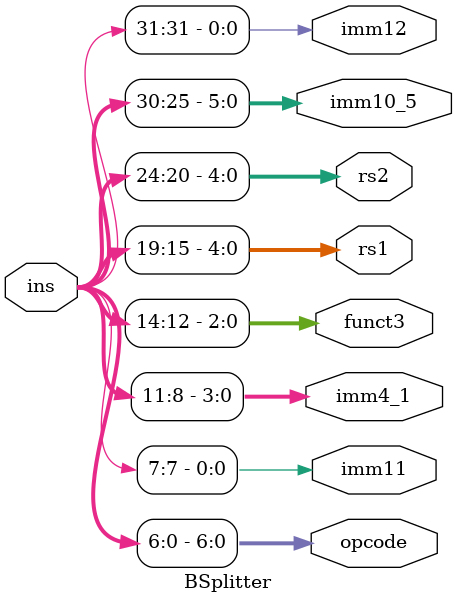
<source format=sv>
`timescale 1ns / 1ps

module BSplitter(
    input logic [31:0] ins,
    output logic [6:0] opcode,
    output logic imm11,
    output logic [3:0] imm4_1,
    output logic [2:0] funct3,
    output logic [4:0] rs1,
    output logic [4:0] rs2,
    output logic [5:0] imm10_5,
    output logic imm12
    );
    
    assign {imm12, imm10_5, rs2, rs1, funct3, imm4_1, imm11, opcode} = ins;
    
endmodule
</source>
